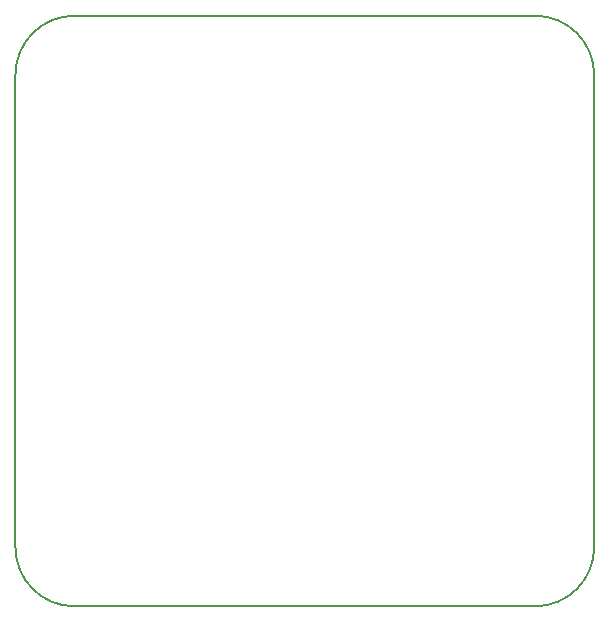
<source format=gm1>
G04 #@! TF.FileFunction,Profile,NP*
%FSLAX46Y46*%
G04 Gerber Fmt 4.6, Leading zero omitted, Abs format (unit mm)*
G04 Created by KiCad (PCBNEW 4.0.4-stable) date 11/14/16 21:20:41*
%MOMM*%
%LPD*%
G01*
G04 APERTURE LIST*
%ADD10C,0.100000*%
%ADD11C,0.150000*%
G04 APERTURE END LIST*
D10*
D11*
X49000000Y-13000000D02*
X88000000Y-13000000D01*
X44000000Y-58000000D02*
X44000000Y-18000000D01*
X88000000Y-63000000D02*
X49000000Y-63000000D01*
X93000000Y-18000000D02*
X93000000Y-58000000D01*
X44000000Y-58000000D02*
G75*
G03X49000000Y-63000000I5000000J0D01*
G01*
X49000000Y-13000000D02*
G75*
G03X44000000Y-18000000I0J-5000000D01*
G01*
X93000000Y-18000000D02*
G75*
G03X88000000Y-13000000I-5000000J0D01*
G01*
X88000000Y-63000000D02*
G75*
G03X93000000Y-58000000I0J5000000D01*
G01*
M02*

</source>
